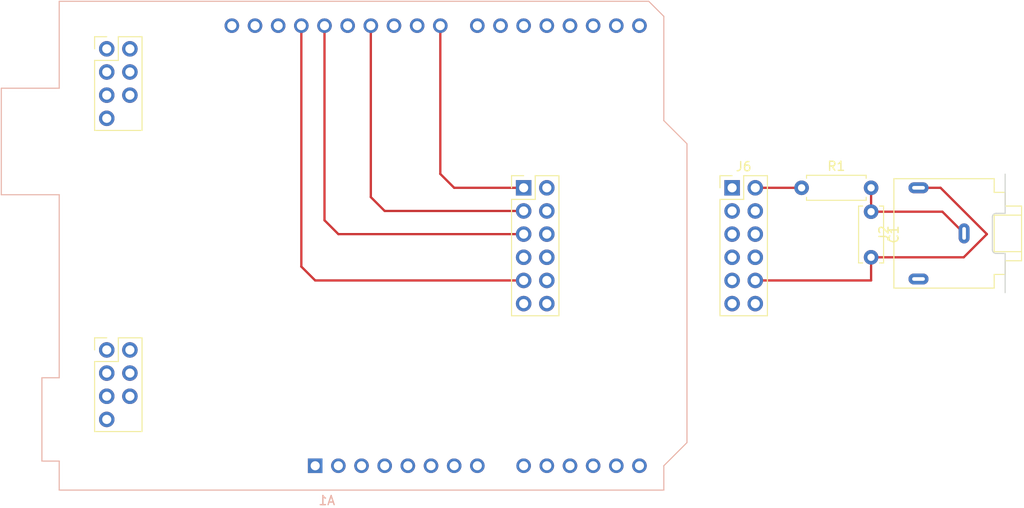
<source format=kicad_pcb>
(kicad_pcb (version 20221018) (generator pcbnew)
  (layers (0 "F.Cu" signal) (31 "B.Cu" signal) (34 "B.Paste" user) (35 "F.Paste" user) (36 "B.SilkS" user "B.Silkscreen") (37 "F.SilkS" user "F.Silkscreen") (38 "B.Mask" user) (39 "F.Mask" user) (44 "Edge.Cuts" user))
  (net 0 "")
  (net 4 "VCC")
  (net 6 "GND")
  (net 8 "GP_P2_UP")
  (net 9 "GP_P2_DOWN")
  (net 10 "GP_P2_LEFT")
  (net 11 "GP_P2_RIGHT")
  (net 12 "GP_P2_BUT_1")
  (net 13 "GP_P2_BUT_2")
  (net 16 "GP_P1_UP")
  (net 17 "GP_P1_DOWN")
  (net 18 "GP_P1_LEFT")
  (net 19 "GP_P1_RIGHT")
  (net 20 "GP_P1_BUT_1")
  (net 21 "GP_P1_BUT_2")
  (net 22 "PPU_VRAM_WEN")
  (net 25 "SPI_MOSI")
  (net 27 "SPI_CLK")
  (net 31 "Net-(C1-Pad1)")
  (net 44 "Net-(J6-Pin_7)")
  (footprint "Connector_PinHeader_2.54mm:PinHeader_2x06_P2.54mm_Vertical" (layer "F.Cu") (at 76.2 35.56)
    (fp_text reference "J1" hide)
    (fp_text value "BASYS_JA")
    (fp_line (start -1.33 -1.33) (end 0 -1.33) (stroke (width 0.12)) (layer "F.SilkS"))
    (fp_line (start -1.33 0) (end -1.33 -1.33) (stroke (width 0.12)) (layer "F.SilkS"))
    (fp_line (start -1.33 1.27) (end -1.33 14.03) (stroke (width 0.12)) (layer "F.SilkS"))
    (fp_line (start -1.33 1.27) (end 1.27 1.27) (stroke (width 0.12)) (layer "F.SilkS"))
    (fp_line (start -1.33 14.03) (end 3.87 14.03) (stroke (width 0.12)) (layer "F.SilkS"))
    (fp_line (start 1.27 -1.33) (end 3.87 -1.33) (stroke (width 0.12)) (layer "F.SilkS"))
    (fp_line (start 1.27 1.27) (end 1.27 -1.33) (stroke (width 0.12)) (layer "F.SilkS"))
    (fp_line (start 3.87 -1.33) (end 3.87 14.03) (stroke (width 0.12)) (layer "F.SilkS"))
    (pad "1" thru_hole rect (at 0 0) (size 1.7 1.7) (drill 1) (layers "*.Cu" "*.Mask") (net 22 "PPU_VRAM_WEN"))
    (pad "2" thru_hole oval (at 0 2.54) (size 1.7 1.7) (drill 1) (layers "*.Cu" "*.Mask") (net 25 "SPI_MOSI"))
    (pad "3" thru_hole oval (at 0 5.08) (size 1.7 1.7) (drill 1) (layers "*.Cu" "*.Mask") (net 27 "SPI_CLK"))
    (pad "4" thru_hole oval (at 0 7.62) (size 1.7 1.7) (drill 1) (layers "*.Cu" "*.Mask"))
    (pad "5" thru_hole oval (at 0 10.16) (size 1.7 1.7) (drill 1) (layers "*.Cu" "*.Mask") (net 6 "GND"))
    (pad "6" thru_hole oval (at 0 12.7) (size 1.7 1.7) (drill 1) (layers "*.Cu" "*.Mask"))
    (pad "7" thru_hole oval (at 2.54 0) (size 1.7 1.7) (drill 1) (layers "*.Cu" "*.Mask"))
    (pad "8" thru_hole oval (at 2.54 2.54) (size 1.7 1.7) (drill 1) (layers "*.Cu" "*.Mask"))
    (pad "9" thru_hole oval (at 2.54 5.08) (size 1.7 1.7) (drill 1) (layers "*.Cu" "*.Mask"))
    (pad "10" thru_hole oval (at 2.54 7.62) (size 1.7 1.7) (drill 1) (layers "*.Cu" "*.Mask"))
    (pad "11" thru_hole oval (at 2.54 10.16) (size 1.7 1.7) (drill 1) (layers "*.Cu" "*.Mask") (net 6 "GND"))
    (pad "12" thru_hole oval (at 2.54 12.7) (size 1.7 1.7) (drill 1) (layers "*.Cu" "*.Mask"))
  )
  (footprint "Connector_PinHeader_2.54mm:PinHeader_2x04_P2.54mm_Vertical" (layer "F.Cu") (at 30.48 53.34)
    (fp_text reference "J8" hide)
    (fp_text value "GAMEPAD_2")
    (fp_line (start -1.33 -1.33) (end 0 -1.33) (stroke (width 0.12)) (layer "F.SilkS"))
    (fp_line (start -1.33 0) (end -1.33 -1.33) (stroke (width 0.12)) (layer "F.SilkS"))
    (fp_line (start -1.33 1.27) (end -1.33 8.95) (stroke (width 0.12)) (layer "F.SilkS"))
    (fp_line (start -1.33 1.27) (end 1.27 1.27) (stroke (width 0.12)) (layer "F.SilkS"))
    (fp_line (start -1.33 8.95) (end 3.87 8.95) (stroke (width 0.12)) (layer "F.SilkS"))
    (fp_line (start 1.27 -1.33) (end 3.87 -1.33) (stroke (width 0.12)) (layer "F.SilkS"))
    (fp_line (start 1.27 1.27) (end 1.27 -1.33) (stroke (width 0.12)) (layer "F.SilkS"))
    (fp_line (start 3.87 -1.33) (end 3.87 8.95) (stroke (width 0.12)) (layer "F.SilkS"))
    (pad "1" thru_hole circle (at 0 0) (size 1.7 1.7) (drill 1) (layers "*.Cu" "*.Mask") (net 8 "GP_P2_UP"))
    (pad "2" thru_hole oval (at 0 2.54) (size 1.7 1.7) (drill 1) (layers "*.Cu" "*.Mask") (net 9 "GP_P2_DOWN"))
    (pad "3" thru_hole oval (at 0 5.08) (size 1.7 1.7) (drill 1) (layers "*.Cu" "*.Mask") (net 10 "GP_P2_LEFT"))
    (pad "4" thru_hole oval (at 0 7.62) (size 1.7 1.7) (drill 1) (layers "*.Cu" "*.Mask") (net 4 "VCC"))
    (pad "5" thru_hole oval (at 2.54 0) (size 1.7 1.7) (drill 1) (layers "*.Cu" "*.Mask") (net 11 "GP_P2_RIGHT"))
    (pad "6" thru_hole oval (at 2.54 2.54) (size 1.7 1.7) (drill 1) (layers "*.Cu" "*.Mask") (net 12 "GP_P2_BUT_1"))
    (pad "7" thru_hole oval (at 2.54 5.08) (size 1.7 1.7) (drill 1) (layers "*.Cu" "*.Mask") (net 13 "GP_P2_BUT_2"))
  )
  (footprint "Connector_Audio:Jack_3.5mm_CUI_SJ1-3523N_Horizontal" (layer "F.Cu") (at 124.5 40.56 90)
    (fp_text reference "J2" (at 0 -8.8 90) (layer "F.SilkS"))
    (fp_text value "AudioJack2")
    (fp_line (start -6 -7.7) (end 6 -7.7) (stroke (width 0.12)) (layer "F.SilkS"))
    (fp_line (start -6 3.3) (end -6 -7.7) (stroke (width 0.12)) (layer "F.SilkS"))
    (fp_line (start -4.5 3.3) (end -6 3.3) (stroke (width 0.12)) (layer "F.SilkS"))
    (fp_line (start -4.5 4.5) (end -4.5 3.3) (stroke (width 0.12)) (layer "F.SilkS"))
    (fp_line (start -3 4.5) (end -4.5 4.5) (stroke (width 0.12)) (layer "F.SilkS"))
    (fp_line (start -3 6.3) (end -3 4.5) (stroke (width 0.12)) (layer "F.SilkS"))
    (fp_line (start -2 3.3) (end -2 6.3) (stroke (width 0.12)) (layer "F.SilkS"))
    (fp_line (start 2 3.3) (end -2 3.3) (stroke (width 0.12)) (layer "F.SilkS"))
    (fp_line (start 2 6.3) (end 2 3.3) (stroke (width 0.12)) (layer "F.SilkS"))
    (fp_line (start 3 4.5) (end 3 6.3) (stroke (width 0.12)) (layer "F.SilkS"))
    (fp_line (start 3 6.3) (end -3 6.3) (stroke (width 0.12)) (layer "F.SilkS"))
    (fp_line (start 4.5 3.3) (end 4.5 4.5) (stroke (width 0.12)) (layer "F.SilkS"))
    (fp_line (start 4.5 4.5) (end 3 4.5) (stroke (width 0.12)) (layer "F.SilkS"))
    (fp_line (start 6 -7.7) (end 6 3.3) (stroke (width 0.12)) (layer "F.SilkS"))
    (fp_line (start 6 3.3) (end 4.5 3.3) (stroke (width 0.12)) (layer "F.SilkS"))
    (fp_line (start -2.2 3.5) (end -2.2 4.5) (stroke (width 0.12)) (layer "Edge.Cuts"))
    (fp_line (start -2.2 4.5) (end -6.5 4.5) (stroke (width 0.12)) (layer "Edge.Cuts"))
    (fp_line (start 1.8 3.1) (end -1.8 3.1) (stroke (width 0.12)) (layer "Edge.Cuts"))
    (fp_line (start 2.2 3.5) (end 2.2 4.5) (stroke (width 0.12)) (layer "Edge.Cuts"))
    (fp_line (start 2.2 4.5) (end 6.5 4.5) (stroke (width 0.12)) (layer "Edge.Cuts"))
    (fp_arc (start -2.2 3.5) (mid -2.082842 3.217158) (end -1.8 3.1) (stroke (width 0.12)) (layer "Edge.Cuts"))
    (fp_arc (start 1.8 3.1) (mid 2.082843 3.217157) (end 2.2 3.5) (stroke (width 0.12)) (layer "Edge.Cuts"))
    (pad "" np_thru_hole circle (at -5 0 90) (size 1.2 1.2) (drill 1.2) (layers "*.Cu"))
    (pad "" np_thru_hole circle (at -5 2.5 90) (size 1.2 1.2) (drill 1.2) (layers "*.Cu"))
    (pad "" np_thru_hole circle (at 0 -5 90) (size 1.2 1.2) (drill 1.2) (layers "*.Cu"))
    (pad "" np_thru_hole circle (at 5 0 90) (size 1.2 1.2) (drill 1.2) (layers "*.Cu"))
    (pad "" np_thru_hole circle (at 5 2.5 90) (size 1.2 1.2) (drill 1.2) (layers "*.Cu"))
    (pad "R" thru_hole oval (at -5 -5 90) (size 1.2 2.2) (drill oval 0.4 1.4) (layers "*.Cu" "*.Mask"))
    (pad "S" thru_hole oval (at 0 0 90) (size 2.2 1.2) (drill oval 1.4 0.4) (layers "*.Cu" "*.Mask") (net 31 "Net-(C1-Pad1)"))
    (pad "T" thru_hole oval (at 5 -5 270) (size 1.2 2.2) (drill oval 0.4 1.4) (layers "*.Cu" "*.Mask") (net 6 "GND"))
  )
  (footprint "Resistor_THT:R_Axial_DIN0207_L6.3mm_D2.5mm_P7.62mm_Horizontal" (layer "F.Cu") (at 106.68 35.56)
    (fp_text reference "R1" (at 3.81 -2.37) (layer "F.SilkS"))
    (fp_text value "R")
    (fp_line (start 0.54 -1.37) (end 7.08 -1.37) (stroke (width 0.12)) (layer "F.SilkS"))
    (fp_line (start 0.54 -1.04) (end 0.54 -1.37) (stroke (width 0.12)) (layer "F.SilkS"))
    (fp_line (start 0.54 1.04) (end 0.54 1.37) (stroke (width 0.12)) (layer "F.SilkS"))
    (fp_line (start 0.54 1.37) (end 7.08 1.37) (stroke (width 0.12)) (layer "F.SilkS"))
    (fp_line (start 7.08 -1.37) (end 7.08 -1.04) (stroke (width 0.12)) (layer "F.SilkS"))
    (fp_line (start 7.08 1.37) (end 7.08 1.04) (stroke (width 0.12)) (layer "F.SilkS"))
    (pad "1" thru_hole circle (at 0 0) (size 1.6 1.6) (drill 0.8) (layers "*.Cu" "*.Mask") (net 44 "Net-(J6-Pin_7)"))
    (pad "2" thru_hole oval (at 7.62 0) (size 1.6 1.6) (drill 0.8) (layers "*.Cu" "*.Mask") (net 31 "Net-(C1-Pad1)"))
  )
  (footprint "Capacitor_THT:C_Disc_D6.0mm_W2.5mm_P5.00mm" (layer "F.Cu") (at 114.3 38.18 -90)
    (fp_text reference "C1" (at 2.5 -2.5 90) (layer "F.SilkS"))
    (fp_text value "C")
    (fp_line (start -0.62 -1.37) (end -0.62 -0.925) (stroke (width 0.12)) (layer "F.SilkS"))
    (fp_line (start -0.62 -1.37) (end 5.62 -1.37) (stroke (width 0.12)) (layer "F.SilkS"))
    (fp_line (start -0.62 0.925) (end -0.62 1.37) (stroke (width 0.12)) (layer "F.SilkS"))
    (fp_line (start -0.62 1.37) (end 5.62 1.37) (stroke (width 0.12)) (layer "F.SilkS"))
    (fp_line (start 5.62 -1.37) (end 5.62 -0.925) (stroke (width 0.12)) (layer "F.SilkS"))
    (fp_line (start 5.62 0.925) (end 5.62 1.37) (stroke (width 0.12)) (layer "F.SilkS"))
    (pad "1" thru_hole circle (at 0 0 270) (size 1.6 1.6) (drill 0.8) (layers "*.Cu" "*.Mask") (net 31 "Net-(C1-Pad1)"))
    (pad "2" thru_hole circle (at 5 0 270) (size 1.6 1.6) (drill 0.8) (layers "*.Cu" "*.Mask") (net 6 "GND"))
  )
  (footprint "Connector_PinHeader_2.54mm:PinHeader_2x06_P2.54mm_Vertical" (layer "F.Cu") (at 99.06 35.56)
    (fp_text reference "J6" (at 1.27 -2.33) (layer "F.SilkS"))
    (fp_text value "BASYS_JB")
    (fp_line (start -1.33 -1.33) (end 0 -1.33) (stroke (width 0.12)) (layer "F.SilkS"))
    (fp_line (start -1.33 0) (end -1.33 -1.33) (stroke (width 0.12)) (layer "F.SilkS"))
    (fp_line (start -1.33 1.27) (end -1.33 14.03) (stroke (width 0.12)) (layer "F.SilkS"))
    (fp_line (start -1.33 1.27) (end 1.27 1.27) (stroke (width 0.12)) (layer "F.SilkS"))
    (fp_line (start -1.33 14.03) (end 3.87 14.03) (stroke (width 0.12)) (layer "F.SilkS"))
    (fp_line (start 1.27 -1.33) (end 3.87 -1.33) (stroke (width 0.12)) (layer "F.SilkS"))
    (fp_line (start 1.27 1.27) (end 1.27 -1.33) (stroke (width 0.12)) (layer "F.SilkS"))
    (fp_line (start 3.87 -1.33) (end 3.87 14.03) (stroke (width 0.12)) (layer "F.SilkS"))
    (pad "1" thru_hole rect (at 0 0) (size 1.7 1.7) (drill 1) (layers "*.Cu" "*.Mask"))
    (pad "2" thru_hole oval (at 0 2.54) (size 1.7 1.7) (drill 1) (layers "*.Cu" "*.Mask"))
    (pad "3" thru_hole oval (at 0 5.08) (size 1.7 1.7) (drill 1) (layers "*.Cu" "*.Mask"))
    (pad "4" thru_hole oval (at 0 7.62) (size 1.7 1.7) (drill 1) (layers "*.Cu" "*.Mask"))
    (pad "5" thru_hole oval (at 0 10.16) (size 1.7 1.7) (drill 1) (layers "*.Cu" "*.Mask") (net 6 "GND"))
    (pad "6" thru_hole oval (at 0 12.7) (size 1.7 1.7) (drill 1) (layers "*.Cu" "*.Mask"))
    (pad "7" thru_hole oval (at 2.54 0) (size 1.7 1.7) (drill 1) (layers "*.Cu" "*.Mask") (net 44 "Net-(J6-Pin_7)"))
    (pad "8" thru_hole oval (at 2.54 2.54) (size 1.7 1.7) (drill 1) (layers "*.Cu" "*.Mask"))
    (pad "9" thru_hole oval (at 2.54 5.08) (size 1.7 1.7) (drill 1) (layers "*.Cu" "*.Mask"))
    (pad "10" thru_hole oval (at 2.54 7.62) (size 1.7 1.7) (drill 1) (layers "*.Cu" "*.Mask"))
    (pad "11" thru_hole oval (at 2.54 10.16) (size 1.7 1.7) (drill 1) (layers "*.Cu" "*.Mask") (net 6 "GND"))
    (pad "12" thru_hole oval (at 2.54 12.7) (size 1.7 1.7) (drill 1) (layers "*.Cu" "*.Mask"))
  )
  (footprint "Connector_PinHeader_2.54mm:PinHeader_2x04_P2.54mm_Vertical" (layer "F.Cu") (at 30.48 20.32)
    (fp_text reference "J7" hide)
    (fp_text value "GAMEPAD_1")
    (fp_line (start -1.33 -1.33) (end 0 -1.33) (stroke (width 0.12)) (layer "F.SilkS"))
    (fp_line (start -1.33 0) (end -1.33 -1.33) (stroke (width 0.12)) (layer "F.SilkS"))
    (fp_line (start -1.33 1.27) (end -1.33 8.95) (stroke (width 0.12)) (layer "F.SilkS"))
    (fp_line (start -1.33 1.27) (end 1.27 1.27) (stroke (width 0.12)) (layer "F.SilkS"))
    (fp_line (start -1.33 8.95) (end 3.87 8.95) (stroke (width 0.12)) (layer "F.SilkS"))
    (fp_line (start 1.27 -1.33) (end 3.87 -1.33) (stroke (width 0.12)) (layer "F.SilkS"))
    (fp_line (start 1.27 1.27) (end 1.27 -1.33) (stroke (width 0.12)) (layer "F.SilkS"))
    (fp_line (start 3.87 -1.33) (end 3.87 8.95) (stroke (width 0.12)) (layer "F.SilkS"))
    (pad "1" thru_hole circle (at 0 0) (size 1.7 1.7) (drill 1) (layers "*.Cu" "*.Mask") (net 16 "GP_P1_UP"))
    (pad "2" thru_hole oval (at 0 2.54) (size 1.7 1.7) (drill 1) (layers "*.Cu" "*.Mask") (net 17 "GP_P1_DOWN"))
    (pad "3" thru_hole oval (at 0 5.08) (size 1.7 1.7) (drill 1) (layers "*.Cu" "*.Mask") (net 18 "GP_P1_LEFT"))
    (pad "4" thru_hole oval (at 0 7.62) (size 1.7 1.7) (drill 1) (layers "*.Cu" "*.Mask") (net 4 "VCC"))
    (pad "5" thru_hole oval (at 2.54 0) (size 1.7 1.7) (drill 1) (layers "*.Cu" "*.Mask") (net 19 "GP_P1_RIGHT"))
    (pad "6" thru_hole oval (at 2.54 2.54) (size 1.7 1.7) (drill 1) (layers "*.Cu" "*.Mask") (net 20 "GP_P1_BUT_1"))
    (pad "7" thru_hole oval (at 2.54 5.08) (size 1.7 1.7) (drill 1) (layers "*.Cu" "*.Mask") (net 21 "GP_P1_BUT_2"))
  )
  (footprint "Module:Arduino_UNO_R3" (layer "B.Cu") (at 53.34 66.04)
    (fp_text reference "A1" (at 1.27 3.81 -360) (layer "B.SilkS") (effects (justify mirror)))
    (fp_text value "STM32F091RC" hide)
    (fp_line (start -34.42 -41.4) (end -28.07 -41.4) (stroke (width 0.12)) (layer "B.SilkS"))
    (fp_line (start -34.42 -29.72) (end -34.42 -41.4) (stroke (width 0.12)) (layer "B.SilkS"))
    (fp_line (start -29.97 -9.65) (end -28.07 -9.65) (stroke (width 0.12)) (layer "B.SilkS"))
    (fp_line (start -29.97 -0.51) (end -29.97 -9.65) (stroke (width 0.12)) (layer "B.SilkS"))
    (fp_line (start -28.07 -50.93) (end 36.58 -50.93) (stroke (width 0.12)) (layer "B.SilkS"))
    (fp_line (start -28.07 -41.4) (end -28.07 -50.93) (stroke (width 0.12)) (layer "B.SilkS"))
    (fp_line (start -28.07 -29.72) (end -34.42 -29.72) (stroke (width 0.12)) (layer "B.SilkS"))
    (fp_line (start -28.07 -9.65) (end -28.07 -29.72) (stroke (width 0.12)) (layer "B.SilkS"))
    (fp_line (start -28.07 -0.51) (end -29.97 -0.51) (stroke (width 0.12)) (layer "B.SilkS"))
    (fp_line (start -28.07 2.67) (end -28.07 -0.51) (stroke (width 0.12)) (layer "B.SilkS"))
    (fp_line (start 36.58 -50.93) (end 38.23 -49.28) (stroke (width 0.12)) (layer "B.SilkS"))
    (fp_line (start 38.23 -49.28) (end 38.23 -37.85) (stroke (width 0.12)) (layer "B.SilkS"))
    (fp_line (start 38.23 -37.85) (end 40.77 -35.31) (stroke (width 0.12)) (layer "B.SilkS"))
    (fp_line (start 38.23 0) (end 38.23 2.67) (stroke (width 0.12)) (layer "B.SilkS"))
    (fp_line (start 38.23 2.67) (end -28.07 2.67) (stroke (width 0.12)) (layer "B.SilkS"))
    (fp_line (start 40.77 -35.31) (end 40.77 -2.54) (stroke (width 0.12)) (layer "B.SilkS"))
    (fp_line (start 40.77 -2.54) (end 38.23 0) (stroke (width 0.12)) (layer "B.SilkS"))
    (pad "1" thru_hole rect (at 0 0 270) (size 1.6 1.6) (drill 1) (layers "*.Cu" "*.Mask"))
    (pad "2" thru_hole oval (at 2.54 0 270) (size 1.6 1.6) (drill 1) (layers "*.Cu" "*.Mask"))
    (pad "3" thru_hole oval (at 5.08 0 270) (size 1.6 1.6) (drill 1) (layers "*.Cu" "*.Mask"))
    (pad "4" thru_hole oval (at 7.62 0 270) (size 1.6 1.6) (drill 1) (layers "*.Cu" "*.Mask") (net 4 "VCC"))
    (pad "5" thru_hole oval (at 10.16 0 270) (size 1.6 1.6) (drill 1) (layers "*.Cu" "*.Mask"))
    (pad "6" thru_hole oval (at 12.7 0 270) (size 1.6 1.6) (drill 1) (layers "*.Cu" "*.Mask") (net 6 "GND"))
    (pad "7" thru_hole oval (at 15.24 0 270) (size 1.6 1.6) (drill 1) (layers "*.Cu" "*.Mask") (net 6 "GND"))
    (pad "8" thru_hole oval (at 17.78 0 270) (size 1.6 1.6) (drill 1) (layers "*.Cu" "*.Mask"))
    (pad "9" thru_hole oval (at 22.86 0 270) (size 1.6 1.6) (drill 1) (layers "*.Cu" "*.Mask") (net 8 "GP_P2_UP"))
    (pad "10" thru_hole oval (at 25.4 0 270) (size 1.6 1.6) (drill 1) (layers "*.Cu" "*.Mask") (net 9 "GP_P2_DOWN"))
    (pad "11" thru_hole oval (at 27.94 0 270) (size 1.6 1.6) (drill 1) (layers "*.Cu" "*.Mask") (net 10 "GP_P2_LEFT"))
    (pad "12" thru_hole oval (at 30.48 0 270) (size 1.6 1.6) (drill 1) (layers "*.Cu" "*.Mask") (net 11 "GP_P2_RIGHT"))
    (pad "13" thru_hole oval (at 33.02 0 270) (size 1.6 1.6) (drill 1) (layers "*.Cu" "*.Mask") (net 12 "GP_P2_BUT_1"))
    (pad "14" thru_hole oval (at 35.56 0 270) (size 1.6 1.6) (drill 1) (layers "*.Cu" "*.Mask") (net 13 "GP_P2_BUT_2"))
    (pad "15" thru_hole oval (at 35.56 -48.26 270) (size 1.6 1.6) (drill 1) (layers "*.Cu" "*.Mask"))
    (pad "16" thru_hole oval (at 33.02 -48.26 270) (size 1.6 1.6) (drill 1) (layers "*.Cu" "*.Mask"))
    (pad "17" thru_hole oval (at 30.48 -48.26 270) (size 1.6 1.6) (drill 1) (layers "*.Cu" "*.Mask") (net 16 "GP_P1_UP"))
    (pad "18" thru_hole oval (at 27.94 -48.26 270) (size 1.6 1.6) (drill 1) (layers "*.Cu" "*.Mask") (net 17 "GP_P1_DOWN"))
    (pad "19" thru_hole oval (at 25.4 -48.26 270) (size 1.6 1.6) (drill 1) (layers "*.Cu" "*.Mask") (net 18 "GP_P1_LEFT"))
    (pad "20" thru_hole oval (at 22.86 -48.26 270) (size 1.6 1.6) (drill 1) (layers "*.Cu" "*.Mask") (net 19 "GP_P1_RIGHT"))
    (pad "21" thru_hole oval (at 20.32 -48.26 270) (size 1.6 1.6) (drill 1) (layers "*.Cu" "*.Mask") (net 20 "GP_P1_BUT_1"))
    (pad "22" thru_hole oval (at 17.78 -48.26 270) (size 1.6 1.6) (drill 1) (layers "*.Cu" "*.Mask") (net 21 "GP_P1_BUT_2"))
    (pad "23" thru_hole oval (at 13.72 -48.26 270) (size 1.6 1.6) (drill 1) (layers "*.Cu" "*.Mask") (net 22 "PPU_VRAM_WEN"))
    (pad "24" thru_hole oval (at 11.18 -48.26 270) (size 1.6 1.6) (drill 1) (layers "*.Cu" "*.Mask"))
    (pad "25" thru_hole oval (at 8.64 -48.26 270) (size 1.6 1.6) (drill 1) (layers "*.Cu" "*.Mask"))
    (pad "26" thru_hole oval (at 6.1 -48.26 270) (size 1.6 1.6) (drill 1) (layers "*.Cu" "*.Mask") (net 25 "SPI_MOSI"))
    (pad "27" thru_hole oval (at 3.56 -48.26 270) (size 1.6 1.6) (drill 1) (layers "*.Cu" "*.Mask"))
    (pad "28" thru_hole oval (at 1.02 -48.26 270) (size 1.6 1.6) (drill 1) (layers "*.Cu" "*.Mask") (net 27 "SPI_CLK"))
    (pad "29" thru_hole oval (at -1.52 -48.26 270) (size 1.6 1.6) (drill 1) (layers "*.Cu" "*.Mask") (net 6 "GND"))
    (pad "30" thru_hole oval (at -4.06 -48.26 270) (size 1.6 1.6) (drill 1) (layers "*.Cu" "*.Mask"))
    (pad "31" thru_hole oval (at -6.6 -48.26 270) (size 1.6 1.6) (drill 1) (layers "*.Cu" "*.Mask"))
    (pad "32" thru_hole oval (at -9.14 -48.26 270) (size 1.6 1.6) (drill 1) (layers "*.Cu" "*.Mask"))
  )
  (segment (start 127 40.64) (end 124.46 43.18) (width 0.25) (layer "F.Cu") (net 6))
  (segment (start 51.82 44.2) (end 53.34 45.72) (width 0.25) (layer "F.Cu") (net 6))
  (segment (start 121.92 35.56) (end 127 40.64) (width 0.25) (layer "F.Cu") (net 6))
  (segment (start 124.46 43.18) (end 114.3 43.18) (width 0.25) (layer "F.Cu") (net 6))
  (segment (start 53.34 45.72) (end 76.2 45.72) (width 0.25) (layer "F.Cu") (net 6))
  (segment (start 119.5 35.56) (end 121.92 35.56) (width 0.25) (layer "F.Cu") (net 6))
  (segment (start 114.3 43.18) (end 114.3 45.72) (width 0.25) (layer "F.Cu") (net 6))
  (segment (start 114.3 45.72) (end 101.6 45.72) (width 0.25) (layer "F.Cu") (net 6))
  (segment (start 51.82 17.78) (end 51.82 44.2) (width 0.25) (layer "F.Cu") (net 6))
  (segment (start 67.06 17.78) (end 67.06 34.04) (width 0.25) (layer "F.Cu") (net 22))
  (segment (start 68.58 35.56) (end 76.2 35.56) (width 0.25) (layer "F.Cu") (net 22))
  (segment (start 67.06 34.04) (end 68.58 35.56) (width 0.25) (layer "F.Cu") (net 22))
  (segment (start 59.44 17.78) (end 59.44 36.58) (width 0.25) (layer "F.Cu") (net 25))
  (segment (start 60.96 38.1) (end 76.2 38.1) (width 0.25) (layer "F.Cu") (net 25))
  (segment (start 59.44 36.58) (end 60.96 38.1) (width 0.25) (layer "F.Cu") (net 25))
  (segment (start 54.36 17.78) (end 54.36 39.12) (width 0.25) (layer "F.Cu") (net 27))
  (segment (start 55.88 40.64) (end 76.2 40.64) (width 0.25) (layer "F.Cu") (net 27))
  (segment (start 54.36 39.12) (end 55.88 40.64) (width 0.25) (layer "F.Cu") (net 27))
  (segment (start 114.3 35.56) (end 114.3 38.18) (width 0.25) (layer "F.Cu") (net 31))
  (segment (start 122.12 38.18) (end 124.5 40.56) (width 0.25) (layer "F.Cu") (net 31))
  (segment (start 114.3 38.18) (end 122.12 38.18) (width 0.25) (layer "F.Cu") (net 31))
  (segment (start 101.6 35.56) (end 106.68 35.56) (width 0.25) (layer "F.Cu") (net 44))
)
</source>
